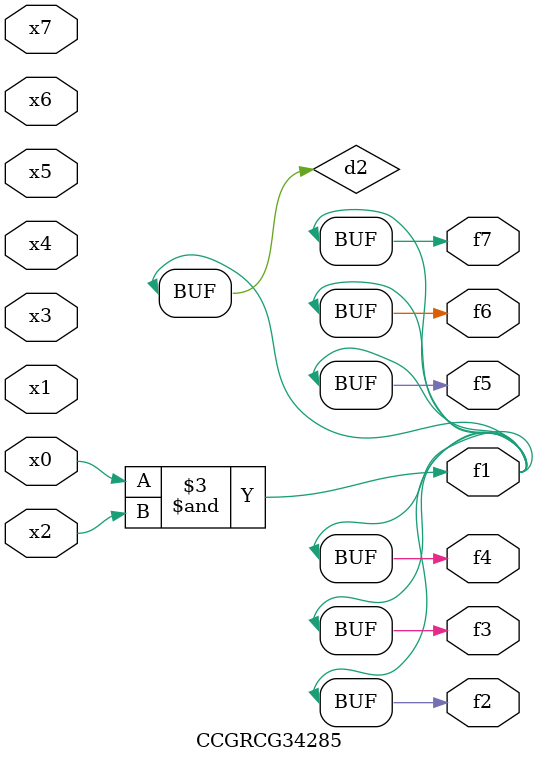
<source format=v>
module CCGRCG34285(
	input x0, x1, x2, x3, x4, x5, x6, x7,
	output f1, f2, f3, f4, f5, f6, f7
);

	wire d1, d2;

	nor (d1, x3, x6);
	and (d2, x0, x2);
	assign f1 = d2;
	assign f2 = d2;
	assign f3 = d2;
	assign f4 = d2;
	assign f5 = d2;
	assign f6 = d2;
	assign f7 = d2;
endmodule

</source>
